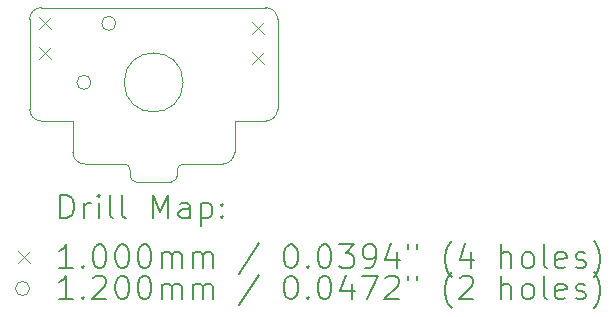
<source format=gbr>
%TF.GenerationSoftware,KiCad,Pcbnew,8.0.2*%
%TF.CreationDate,2024-10-29T11:59:38-07:00*%
%TF.ProjectId,UGC_MechTrigger,5547435f-4d65-4636-9854-726967676572,rev?*%
%TF.SameCoordinates,Original*%
%TF.FileFunction,Drillmap*%
%TF.FilePolarity,Positive*%
%FSLAX45Y45*%
G04 Gerber Fmt 4.5, Leading zero omitted, Abs format (unit mm)*
G04 Created by KiCad (PCBNEW 8.0.2) date 2024-10-29 11:59:38*
%MOMM*%
%LPD*%
G01*
G04 APERTURE LIST*
%ADD10C,0.010000*%
%ADD11C,0.001000*%
%ADD12C,0.200000*%
%ADD13C,0.100000*%
%ADD14C,0.120000*%
G04 APERTURE END LIST*
D10*
X21761820Y-15886420D02*
X21761820Y-15886420D01*
X21761820Y-15936420D02*
X21761820Y-15936420D01*
X21276820Y-15472620D02*
X21276820Y-15736420D01*
X21376820Y-15836420D02*
G75*
G02*
X21276820Y-15736420I0J100000D01*
G01*
X21276820Y-15736420D02*
X21276820Y-15736420D01*
X23011820Y-15372620D02*
G75*
G02*
X22911820Y-15472620I-100000J0D01*
G01*
X22911820Y-14512620D02*
X21011820Y-14512620D01*
X21011820Y-15472620D02*
G75*
G02*
X20911820Y-15372620I0J100000D01*
G01*
X21376820Y-15836420D02*
X21711820Y-15836420D01*
X20911820Y-14612620D02*
X20911820Y-15372620D01*
X22211820Y-15836420D02*
X22546820Y-15836420D01*
X21711820Y-15836420D02*
G75*
G02*
X21761820Y-15886420I0J-50000D01*
G01*
X22911820Y-14512620D02*
G75*
G02*
X23011820Y-14612620I0J-100000D01*
G01*
X20911820Y-14612620D02*
G75*
G02*
X21011820Y-14512620I100000J0D01*
G01*
X21761820Y-15886420D02*
X21761820Y-15936420D01*
X22646820Y-15472620D02*
X22911820Y-15472620D01*
X21811820Y-15986420D02*
X22111820Y-15986420D01*
X21011820Y-15472620D02*
X21276820Y-15472620D01*
X22161820Y-15936420D02*
X22161820Y-15886420D01*
X21811820Y-15986420D02*
G75*
G02*
X21761820Y-15936420I0J50000D01*
G01*
X22161820Y-15936420D02*
G75*
G02*
X22111820Y-15986420I-50000J0D01*
G01*
X22161820Y-15886420D02*
G75*
G02*
X22211820Y-15836420I50000J0D01*
G01*
X22646820Y-15736420D02*
X22646820Y-15472620D01*
X23011820Y-15372620D02*
X23011820Y-14612620D01*
X22646820Y-15736420D02*
G75*
G02*
X22546820Y-15836420I-100000J0D01*
G01*
D11*
X22211820Y-15146420D02*
G75*
G02*
X21711820Y-15146420I-250000J0D01*
G01*
X21711820Y-15146420D02*
G75*
G02*
X22211820Y-15146420I250000J0D01*
G01*
D12*
D13*
X20988820Y-14595640D02*
X21088820Y-14695640D01*
X21088820Y-14595640D02*
X20988820Y-14695640D01*
X20988820Y-14849640D02*
X21088820Y-14949640D01*
X21088820Y-14849640D02*
X20988820Y-14949640D01*
X22792220Y-14636280D02*
X22892220Y-14736280D01*
X22892220Y-14636280D02*
X22792220Y-14736280D01*
X22792220Y-14890280D02*
X22892220Y-14990280D01*
X22892220Y-14890280D02*
X22792220Y-14990280D01*
D14*
X21431820Y-15146420D02*
G75*
G02*
X21311820Y-15146420I-60000J0D01*
G01*
X21311820Y-15146420D02*
G75*
G02*
X21431820Y-15146420I60000J0D01*
G01*
X21641820Y-14646420D02*
G75*
G02*
X21521820Y-14646420I-60000J0D01*
G01*
X21521820Y-14646420D02*
G75*
G02*
X21641820Y-14646420I60000J0D01*
G01*
D12*
X21172097Y-16298404D02*
X21172097Y-16098404D01*
X21172097Y-16098404D02*
X21219716Y-16098404D01*
X21219716Y-16098404D02*
X21248287Y-16107928D01*
X21248287Y-16107928D02*
X21267335Y-16126975D01*
X21267335Y-16126975D02*
X21276859Y-16146023D01*
X21276859Y-16146023D02*
X21286383Y-16184118D01*
X21286383Y-16184118D02*
X21286383Y-16212690D01*
X21286383Y-16212690D02*
X21276859Y-16250785D01*
X21276859Y-16250785D02*
X21267335Y-16269832D01*
X21267335Y-16269832D02*
X21248287Y-16288880D01*
X21248287Y-16288880D02*
X21219716Y-16298404D01*
X21219716Y-16298404D02*
X21172097Y-16298404D01*
X21372097Y-16298404D02*
X21372097Y-16165070D01*
X21372097Y-16203166D02*
X21381621Y-16184118D01*
X21381621Y-16184118D02*
X21391144Y-16174594D01*
X21391144Y-16174594D02*
X21410192Y-16165070D01*
X21410192Y-16165070D02*
X21429240Y-16165070D01*
X21495906Y-16298404D02*
X21495906Y-16165070D01*
X21495906Y-16098404D02*
X21486383Y-16107928D01*
X21486383Y-16107928D02*
X21495906Y-16117451D01*
X21495906Y-16117451D02*
X21505430Y-16107928D01*
X21505430Y-16107928D02*
X21495906Y-16098404D01*
X21495906Y-16098404D02*
X21495906Y-16117451D01*
X21619716Y-16298404D02*
X21600668Y-16288880D01*
X21600668Y-16288880D02*
X21591144Y-16269832D01*
X21591144Y-16269832D02*
X21591144Y-16098404D01*
X21724478Y-16298404D02*
X21705430Y-16288880D01*
X21705430Y-16288880D02*
X21695906Y-16269832D01*
X21695906Y-16269832D02*
X21695906Y-16098404D01*
X21953049Y-16298404D02*
X21953049Y-16098404D01*
X21953049Y-16098404D02*
X22019716Y-16241261D01*
X22019716Y-16241261D02*
X22086383Y-16098404D01*
X22086383Y-16098404D02*
X22086383Y-16298404D01*
X22267335Y-16298404D02*
X22267335Y-16193642D01*
X22267335Y-16193642D02*
X22257811Y-16174594D01*
X22257811Y-16174594D02*
X22238764Y-16165070D01*
X22238764Y-16165070D02*
X22200668Y-16165070D01*
X22200668Y-16165070D02*
X22181621Y-16174594D01*
X22267335Y-16288880D02*
X22248287Y-16298404D01*
X22248287Y-16298404D02*
X22200668Y-16298404D01*
X22200668Y-16298404D02*
X22181621Y-16288880D01*
X22181621Y-16288880D02*
X22172097Y-16269832D01*
X22172097Y-16269832D02*
X22172097Y-16250785D01*
X22172097Y-16250785D02*
X22181621Y-16231737D01*
X22181621Y-16231737D02*
X22200668Y-16222213D01*
X22200668Y-16222213D02*
X22248287Y-16222213D01*
X22248287Y-16222213D02*
X22267335Y-16212690D01*
X22362573Y-16165070D02*
X22362573Y-16365070D01*
X22362573Y-16174594D02*
X22381621Y-16165070D01*
X22381621Y-16165070D02*
X22419716Y-16165070D01*
X22419716Y-16165070D02*
X22438763Y-16174594D01*
X22438763Y-16174594D02*
X22448287Y-16184118D01*
X22448287Y-16184118D02*
X22457811Y-16203166D01*
X22457811Y-16203166D02*
X22457811Y-16260309D01*
X22457811Y-16260309D02*
X22448287Y-16279356D01*
X22448287Y-16279356D02*
X22438763Y-16288880D01*
X22438763Y-16288880D02*
X22419716Y-16298404D01*
X22419716Y-16298404D02*
X22381621Y-16298404D01*
X22381621Y-16298404D02*
X22362573Y-16288880D01*
X22543525Y-16279356D02*
X22553049Y-16288880D01*
X22553049Y-16288880D02*
X22543525Y-16298404D01*
X22543525Y-16298404D02*
X22534002Y-16288880D01*
X22534002Y-16288880D02*
X22543525Y-16279356D01*
X22543525Y-16279356D02*
X22543525Y-16298404D01*
X22543525Y-16174594D02*
X22553049Y-16184118D01*
X22553049Y-16184118D02*
X22543525Y-16193642D01*
X22543525Y-16193642D02*
X22534002Y-16184118D01*
X22534002Y-16184118D02*
X22543525Y-16174594D01*
X22543525Y-16174594D02*
X22543525Y-16193642D01*
D13*
X20811320Y-16576920D02*
X20911320Y-16676920D01*
X20911320Y-16576920D02*
X20811320Y-16676920D01*
D12*
X21276859Y-16718404D02*
X21162573Y-16718404D01*
X21219716Y-16718404D02*
X21219716Y-16518404D01*
X21219716Y-16518404D02*
X21200668Y-16546975D01*
X21200668Y-16546975D02*
X21181621Y-16566023D01*
X21181621Y-16566023D02*
X21162573Y-16575547D01*
X21362573Y-16699356D02*
X21372097Y-16708880D01*
X21372097Y-16708880D02*
X21362573Y-16718404D01*
X21362573Y-16718404D02*
X21353049Y-16708880D01*
X21353049Y-16708880D02*
X21362573Y-16699356D01*
X21362573Y-16699356D02*
X21362573Y-16718404D01*
X21495906Y-16518404D02*
X21514954Y-16518404D01*
X21514954Y-16518404D02*
X21534002Y-16527928D01*
X21534002Y-16527928D02*
X21543525Y-16537451D01*
X21543525Y-16537451D02*
X21553049Y-16556499D01*
X21553049Y-16556499D02*
X21562573Y-16594594D01*
X21562573Y-16594594D02*
X21562573Y-16642213D01*
X21562573Y-16642213D02*
X21553049Y-16680309D01*
X21553049Y-16680309D02*
X21543525Y-16699356D01*
X21543525Y-16699356D02*
X21534002Y-16708880D01*
X21534002Y-16708880D02*
X21514954Y-16718404D01*
X21514954Y-16718404D02*
X21495906Y-16718404D01*
X21495906Y-16718404D02*
X21476859Y-16708880D01*
X21476859Y-16708880D02*
X21467335Y-16699356D01*
X21467335Y-16699356D02*
X21457811Y-16680309D01*
X21457811Y-16680309D02*
X21448287Y-16642213D01*
X21448287Y-16642213D02*
X21448287Y-16594594D01*
X21448287Y-16594594D02*
X21457811Y-16556499D01*
X21457811Y-16556499D02*
X21467335Y-16537451D01*
X21467335Y-16537451D02*
X21476859Y-16527928D01*
X21476859Y-16527928D02*
X21495906Y-16518404D01*
X21686383Y-16518404D02*
X21705430Y-16518404D01*
X21705430Y-16518404D02*
X21724478Y-16527928D01*
X21724478Y-16527928D02*
X21734002Y-16537451D01*
X21734002Y-16537451D02*
X21743525Y-16556499D01*
X21743525Y-16556499D02*
X21753049Y-16594594D01*
X21753049Y-16594594D02*
X21753049Y-16642213D01*
X21753049Y-16642213D02*
X21743525Y-16680309D01*
X21743525Y-16680309D02*
X21734002Y-16699356D01*
X21734002Y-16699356D02*
X21724478Y-16708880D01*
X21724478Y-16708880D02*
X21705430Y-16718404D01*
X21705430Y-16718404D02*
X21686383Y-16718404D01*
X21686383Y-16718404D02*
X21667335Y-16708880D01*
X21667335Y-16708880D02*
X21657811Y-16699356D01*
X21657811Y-16699356D02*
X21648287Y-16680309D01*
X21648287Y-16680309D02*
X21638764Y-16642213D01*
X21638764Y-16642213D02*
X21638764Y-16594594D01*
X21638764Y-16594594D02*
X21648287Y-16556499D01*
X21648287Y-16556499D02*
X21657811Y-16537451D01*
X21657811Y-16537451D02*
X21667335Y-16527928D01*
X21667335Y-16527928D02*
X21686383Y-16518404D01*
X21876859Y-16518404D02*
X21895906Y-16518404D01*
X21895906Y-16518404D02*
X21914954Y-16527928D01*
X21914954Y-16527928D02*
X21924478Y-16537451D01*
X21924478Y-16537451D02*
X21934002Y-16556499D01*
X21934002Y-16556499D02*
X21943525Y-16594594D01*
X21943525Y-16594594D02*
X21943525Y-16642213D01*
X21943525Y-16642213D02*
X21934002Y-16680309D01*
X21934002Y-16680309D02*
X21924478Y-16699356D01*
X21924478Y-16699356D02*
X21914954Y-16708880D01*
X21914954Y-16708880D02*
X21895906Y-16718404D01*
X21895906Y-16718404D02*
X21876859Y-16718404D01*
X21876859Y-16718404D02*
X21857811Y-16708880D01*
X21857811Y-16708880D02*
X21848287Y-16699356D01*
X21848287Y-16699356D02*
X21838764Y-16680309D01*
X21838764Y-16680309D02*
X21829240Y-16642213D01*
X21829240Y-16642213D02*
X21829240Y-16594594D01*
X21829240Y-16594594D02*
X21838764Y-16556499D01*
X21838764Y-16556499D02*
X21848287Y-16537451D01*
X21848287Y-16537451D02*
X21857811Y-16527928D01*
X21857811Y-16527928D02*
X21876859Y-16518404D01*
X22029240Y-16718404D02*
X22029240Y-16585070D01*
X22029240Y-16604118D02*
X22038764Y-16594594D01*
X22038764Y-16594594D02*
X22057811Y-16585070D01*
X22057811Y-16585070D02*
X22086383Y-16585070D01*
X22086383Y-16585070D02*
X22105430Y-16594594D01*
X22105430Y-16594594D02*
X22114954Y-16613642D01*
X22114954Y-16613642D02*
X22114954Y-16718404D01*
X22114954Y-16613642D02*
X22124478Y-16594594D01*
X22124478Y-16594594D02*
X22143525Y-16585070D01*
X22143525Y-16585070D02*
X22172097Y-16585070D01*
X22172097Y-16585070D02*
X22191145Y-16594594D01*
X22191145Y-16594594D02*
X22200668Y-16613642D01*
X22200668Y-16613642D02*
X22200668Y-16718404D01*
X22295906Y-16718404D02*
X22295906Y-16585070D01*
X22295906Y-16604118D02*
X22305430Y-16594594D01*
X22305430Y-16594594D02*
X22324478Y-16585070D01*
X22324478Y-16585070D02*
X22353049Y-16585070D01*
X22353049Y-16585070D02*
X22372097Y-16594594D01*
X22372097Y-16594594D02*
X22381621Y-16613642D01*
X22381621Y-16613642D02*
X22381621Y-16718404D01*
X22381621Y-16613642D02*
X22391144Y-16594594D01*
X22391144Y-16594594D02*
X22410192Y-16585070D01*
X22410192Y-16585070D02*
X22438763Y-16585070D01*
X22438763Y-16585070D02*
X22457811Y-16594594D01*
X22457811Y-16594594D02*
X22467335Y-16613642D01*
X22467335Y-16613642D02*
X22467335Y-16718404D01*
X22857811Y-16508880D02*
X22686383Y-16766023D01*
X23114954Y-16518404D02*
X23134002Y-16518404D01*
X23134002Y-16518404D02*
X23153049Y-16527928D01*
X23153049Y-16527928D02*
X23162573Y-16537451D01*
X23162573Y-16537451D02*
X23172097Y-16556499D01*
X23172097Y-16556499D02*
X23181621Y-16594594D01*
X23181621Y-16594594D02*
X23181621Y-16642213D01*
X23181621Y-16642213D02*
X23172097Y-16680309D01*
X23172097Y-16680309D02*
X23162573Y-16699356D01*
X23162573Y-16699356D02*
X23153049Y-16708880D01*
X23153049Y-16708880D02*
X23134002Y-16718404D01*
X23134002Y-16718404D02*
X23114954Y-16718404D01*
X23114954Y-16718404D02*
X23095906Y-16708880D01*
X23095906Y-16708880D02*
X23086383Y-16699356D01*
X23086383Y-16699356D02*
X23076859Y-16680309D01*
X23076859Y-16680309D02*
X23067335Y-16642213D01*
X23067335Y-16642213D02*
X23067335Y-16594594D01*
X23067335Y-16594594D02*
X23076859Y-16556499D01*
X23076859Y-16556499D02*
X23086383Y-16537451D01*
X23086383Y-16537451D02*
X23095906Y-16527928D01*
X23095906Y-16527928D02*
X23114954Y-16518404D01*
X23267335Y-16699356D02*
X23276859Y-16708880D01*
X23276859Y-16708880D02*
X23267335Y-16718404D01*
X23267335Y-16718404D02*
X23257811Y-16708880D01*
X23257811Y-16708880D02*
X23267335Y-16699356D01*
X23267335Y-16699356D02*
X23267335Y-16718404D01*
X23400668Y-16518404D02*
X23419716Y-16518404D01*
X23419716Y-16518404D02*
X23438764Y-16527928D01*
X23438764Y-16527928D02*
X23448287Y-16537451D01*
X23448287Y-16537451D02*
X23457811Y-16556499D01*
X23457811Y-16556499D02*
X23467335Y-16594594D01*
X23467335Y-16594594D02*
X23467335Y-16642213D01*
X23467335Y-16642213D02*
X23457811Y-16680309D01*
X23457811Y-16680309D02*
X23448287Y-16699356D01*
X23448287Y-16699356D02*
X23438764Y-16708880D01*
X23438764Y-16708880D02*
X23419716Y-16718404D01*
X23419716Y-16718404D02*
X23400668Y-16718404D01*
X23400668Y-16718404D02*
X23381621Y-16708880D01*
X23381621Y-16708880D02*
X23372097Y-16699356D01*
X23372097Y-16699356D02*
X23362573Y-16680309D01*
X23362573Y-16680309D02*
X23353049Y-16642213D01*
X23353049Y-16642213D02*
X23353049Y-16594594D01*
X23353049Y-16594594D02*
X23362573Y-16556499D01*
X23362573Y-16556499D02*
X23372097Y-16537451D01*
X23372097Y-16537451D02*
X23381621Y-16527928D01*
X23381621Y-16527928D02*
X23400668Y-16518404D01*
X23534002Y-16518404D02*
X23657811Y-16518404D01*
X23657811Y-16518404D02*
X23591145Y-16594594D01*
X23591145Y-16594594D02*
X23619716Y-16594594D01*
X23619716Y-16594594D02*
X23638764Y-16604118D01*
X23638764Y-16604118D02*
X23648287Y-16613642D01*
X23648287Y-16613642D02*
X23657811Y-16632690D01*
X23657811Y-16632690D02*
X23657811Y-16680309D01*
X23657811Y-16680309D02*
X23648287Y-16699356D01*
X23648287Y-16699356D02*
X23638764Y-16708880D01*
X23638764Y-16708880D02*
X23619716Y-16718404D01*
X23619716Y-16718404D02*
X23562573Y-16718404D01*
X23562573Y-16718404D02*
X23543526Y-16708880D01*
X23543526Y-16708880D02*
X23534002Y-16699356D01*
X23753049Y-16718404D02*
X23791145Y-16718404D01*
X23791145Y-16718404D02*
X23810192Y-16708880D01*
X23810192Y-16708880D02*
X23819716Y-16699356D01*
X23819716Y-16699356D02*
X23838764Y-16670785D01*
X23838764Y-16670785D02*
X23848287Y-16632690D01*
X23848287Y-16632690D02*
X23848287Y-16556499D01*
X23848287Y-16556499D02*
X23838764Y-16537451D01*
X23838764Y-16537451D02*
X23829240Y-16527928D01*
X23829240Y-16527928D02*
X23810192Y-16518404D01*
X23810192Y-16518404D02*
X23772097Y-16518404D01*
X23772097Y-16518404D02*
X23753049Y-16527928D01*
X23753049Y-16527928D02*
X23743526Y-16537451D01*
X23743526Y-16537451D02*
X23734002Y-16556499D01*
X23734002Y-16556499D02*
X23734002Y-16604118D01*
X23734002Y-16604118D02*
X23743526Y-16623166D01*
X23743526Y-16623166D02*
X23753049Y-16632690D01*
X23753049Y-16632690D02*
X23772097Y-16642213D01*
X23772097Y-16642213D02*
X23810192Y-16642213D01*
X23810192Y-16642213D02*
X23829240Y-16632690D01*
X23829240Y-16632690D02*
X23838764Y-16623166D01*
X23838764Y-16623166D02*
X23848287Y-16604118D01*
X24019716Y-16585070D02*
X24019716Y-16718404D01*
X23972097Y-16508880D02*
X23924478Y-16651737D01*
X23924478Y-16651737D02*
X24048287Y-16651737D01*
X24114954Y-16518404D02*
X24114954Y-16556499D01*
X24191145Y-16518404D02*
X24191145Y-16556499D01*
X24486383Y-16794594D02*
X24476859Y-16785071D01*
X24476859Y-16785071D02*
X24457811Y-16756499D01*
X24457811Y-16756499D02*
X24448288Y-16737451D01*
X24448288Y-16737451D02*
X24438764Y-16708880D01*
X24438764Y-16708880D02*
X24429240Y-16661261D01*
X24429240Y-16661261D02*
X24429240Y-16623166D01*
X24429240Y-16623166D02*
X24438764Y-16575547D01*
X24438764Y-16575547D02*
X24448288Y-16546975D01*
X24448288Y-16546975D02*
X24457811Y-16527928D01*
X24457811Y-16527928D02*
X24476859Y-16499356D01*
X24476859Y-16499356D02*
X24486383Y-16489832D01*
X24648288Y-16585070D02*
X24648288Y-16718404D01*
X24600668Y-16508880D02*
X24553049Y-16651737D01*
X24553049Y-16651737D02*
X24676859Y-16651737D01*
X24905430Y-16718404D02*
X24905430Y-16518404D01*
X24991145Y-16718404D02*
X24991145Y-16613642D01*
X24991145Y-16613642D02*
X24981621Y-16594594D01*
X24981621Y-16594594D02*
X24962573Y-16585070D01*
X24962573Y-16585070D02*
X24934002Y-16585070D01*
X24934002Y-16585070D02*
X24914954Y-16594594D01*
X24914954Y-16594594D02*
X24905430Y-16604118D01*
X25114954Y-16718404D02*
X25095907Y-16708880D01*
X25095907Y-16708880D02*
X25086383Y-16699356D01*
X25086383Y-16699356D02*
X25076859Y-16680309D01*
X25076859Y-16680309D02*
X25076859Y-16623166D01*
X25076859Y-16623166D02*
X25086383Y-16604118D01*
X25086383Y-16604118D02*
X25095907Y-16594594D01*
X25095907Y-16594594D02*
X25114954Y-16585070D01*
X25114954Y-16585070D02*
X25143526Y-16585070D01*
X25143526Y-16585070D02*
X25162573Y-16594594D01*
X25162573Y-16594594D02*
X25172097Y-16604118D01*
X25172097Y-16604118D02*
X25181621Y-16623166D01*
X25181621Y-16623166D02*
X25181621Y-16680309D01*
X25181621Y-16680309D02*
X25172097Y-16699356D01*
X25172097Y-16699356D02*
X25162573Y-16708880D01*
X25162573Y-16708880D02*
X25143526Y-16718404D01*
X25143526Y-16718404D02*
X25114954Y-16718404D01*
X25295907Y-16718404D02*
X25276859Y-16708880D01*
X25276859Y-16708880D02*
X25267335Y-16689832D01*
X25267335Y-16689832D02*
X25267335Y-16518404D01*
X25448288Y-16708880D02*
X25429240Y-16718404D01*
X25429240Y-16718404D02*
X25391145Y-16718404D01*
X25391145Y-16718404D02*
X25372097Y-16708880D01*
X25372097Y-16708880D02*
X25362573Y-16689832D01*
X25362573Y-16689832D02*
X25362573Y-16613642D01*
X25362573Y-16613642D02*
X25372097Y-16594594D01*
X25372097Y-16594594D02*
X25391145Y-16585070D01*
X25391145Y-16585070D02*
X25429240Y-16585070D01*
X25429240Y-16585070D02*
X25448288Y-16594594D01*
X25448288Y-16594594D02*
X25457811Y-16613642D01*
X25457811Y-16613642D02*
X25457811Y-16632690D01*
X25457811Y-16632690D02*
X25362573Y-16651737D01*
X25534002Y-16708880D02*
X25553050Y-16718404D01*
X25553050Y-16718404D02*
X25591145Y-16718404D01*
X25591145Y-16718404D02*
X25610192Y-16708880D01*
X25610192Y-16708880D02*
X25619716Y-16689832D01*
X25619716Y-16689832D02*
X25619716Y-16680309D01*
X25619716Y-16680309D02*
X25610192Y-16661261D01*
X25610192Y-16661261D02*
X25591145Y-16651737D01*
X25591145Y-16651737D02*
X25562573Y-16651737D01*
X25562573Y-16651737D02*
X25543526Y-16642213D01*
X25543526Y-16642213D02*
X25534002Y-16623166D01*
X25534002Y-16623166D02*
X25534002Y-16613642D01*
X25534002Y-16613642D02*
X25543526Y-16594594D01*
X25543526Y-16594594D02*
X25562573Y-16585070D01*
X25562573Y-16585070D02*
X25591145Y-16585070D01*
X25591145Y-16585070D02*
X25610192Y-16594594D01*
X25686383Y-16794594D02*
X25695907Y-16785071D01*
X25695907Y-16785071D02*
X25714954Y-16756499D01*
X25714954Y-16756499D02*
X25724478Y-16737451D01*
X25724478Y-16737451D02*
X25734002Y-16708880D01*
X25734002Y-16708880D02*
X25743526Y-16661261D01*
X25743526Y-16661261D02*
X25743526Y-16623166D01*
X25743526Y-16623166D02*
X25734002Y-16575547D01*
X25734002Y-16575547D02*
X25724478Y-16546975D01*
X25724478Y-16546975D02*
X25714954Y-16527928D01*
X25714954Y-16527928D02*
X25695907Y-16499356D01*
X25695907Y-16499356D02*
X25686383Y-16489832D01*
D14*
X20911320Y-16890920D02*
G75*
G02*
X20791320Y-16890920I-60000J0D01*
G01*
X20791320Y-16890920D02*
G75*
G02*
X20911320Y-16890920I60000J0D01*
G01*
D12*
X21276859Y-16982404D02*
X21162573Y-16982404D01*
X21219716Y-16982404D02*
X21219716Y-16782404D01*
X21219716Y-16782404D02*
X21200668Y-16810975D01*
X21200668Y-16810975D02*
X21181621Y-16830023D01*
X21181621Y-16830023D02*
X21162573Y-16839547D01*
X21362573Y-16963356D02*
X21372097Y-16972880D01*
X21372097Y-16972880D02*
X21362573Y-16982404D01*
X21362573Y-16982404D02*
X21353049Y-16972880D01*
X21353049Y-16972880D02*
X21362573Y-16963356D01*
X21362573Y-16963356D02*
X21362573Y-16982404D01*
X21448287Y-16801452D02*
X21457811Y-16791928D01*
X21457811Y-16791928D02*
X21476859Y-16782404D01*
X21476859Y-16782404D02*
X21524478Y-16782404D01*
X21524478Y-16782404D02*
X21543525Y-16791928D01*
X21543525Y-16791928D02*
X21553049Y-16801452D01*
X21553049Y-16801452D02*
X21562573Y-16820499D01*
X21562573Y-16820499D02*
X21562573Y-16839547D01*
X21562573Y-16839547D02*
X21553049Y-16868118D01*
X21553049Y-16868118D02*
X21438764Y-16982404D01*
X21438764Y-16982404D02*
X21562573Y-16982404D01*
X21686383Y-16782404D02*
X21705430Y-16782404D01*
X21705430Y-16782404D02*
X21724478Y-16791928D01*
X21724478Y-16791928D02*
X21734002Y-16801452D01*
X21734002Y-16801452D02*
X21743525Y-16820499D01*
X21743525Y-16820499D02*
X21753049Y-16858594D01*
X21753049Y-16858594D02*
X21753049Y-16906213D01*
X21753049Y-16906213D02*
X21743525Y-16944309D01*
X21743525Y-16944309D02*
X21734002Y-16963356D01*
X21734002Y-16963356D02*
X21724478Y-16972880D01*
X21724478Y-16972880D02*
X21705430Y-16982404D01*
X21705430Y-16982404D02*
X21686383Y-16982404D01*
X21686383Y-16982404D02*
X21667335Y-16972880D01*
X21667335Y-16972880D02*
X21657811Y-16963356D01*
X21657811Y-16963356D02*
X21648287Y-16944309D01*
X21648287Y-16944309D02*
X21638764Y-16906213D01*
X21638764Y-16906213D02*
X21638764Y-16858594D01*
X21638764Y-16858594D02*
X21648287Y-16820499D01*
X21648287Y-16820499D02*
X21657811Y-16801452D01*
X21657811Y-16801452D02*
X21667335Y-16791928D01*
X21667335Y-16791928D02*
X21686383Y-16782404D01*
X21876859Y-16782404D02*
X21895906Y-16782404D01*
X21895906Y-16782404D02*
X21914954Y-16791928D01*
X21914954Y-16791928D02*
X21924478Y-16801452D01*
X21924478Y-16801452D02*
X21934002Y-16820499D01*
X21934002Y-16820499D02*
X21943525Y-16858594D01*
X21943525Y-16858594D02*
X21943525Y-16906213D01*
X21943525Y-16906213D02*
X21934002Y-16944309D01*
X21934002Y-16944309D02*
X21924478Y-16963356D01*
X21924478Y-16963356D02*
X21914954Y-16972880D01*
X21914954Y-16972880D02*
X21895906Y-16982404D01*
X21895906Y-16982404D02*
X21876859Y-16982404D01*
X21876859Y-16982404D02*
X21857811Y-16972880D01*
X21857811Y-16972880D02*
X21848287Y-16963356D01*
X21848287Y-16963356D02*
X21838764Y-16944309D01*
X21838764Y-16944309D02*
X21829240Y-16906213D01*
X21829240Y-16906213D02*
X21829240Y-16858594D01*
X21829240Y-16858594D02*
X21838764Y-16820499D01*
X21838764Y-16820499D02*
X21848287Y-16801452D01*
X21848287Y-16801452D02*
X21857811Y-16791928D01*
X21857811Y-16791928D02*
X21876859Y-16782404D01*
X22029240Y-16982404D02*
X22029240Y-16849071D01*
X22029240Y-16868118D02*
X22038764Y-16858594D01*
X22038764Y-16858594D02*
X22057811Y-16849071D01*
X22057811Y-16849071D02*
X22086383Y-16849071D01*
X22086383Y-16849071D02*
X22105430Y-16858594D01*
X22105430Y-16858594D02*
X22114954Y-16877642D01*
X22114954Y-16877642D02*
X22114954Y-16982404D01*
X22114954Y-16877642D02*
X22124478Y-16858594D01*
X22124478Y-16858594D02*
X22143525Y-16849071D01*
X22143525Y-16849071D02*
X22172097Y-16849071D01*
X22172097Y-16849071D02*
X22191145Y-16858594D01*
X22191145Y-16858594D02*
X22200668Y-16877642D01*
X22200668Y-16877642D02*
X22200668Y-16982404D01*
X22295906Y-16982404D02*
X22295906Y-16849071D01*
X22295906Y-16868118D02*
X22305430Y-16858594D01*
X22305430Y-16858594D02*
X22324478Y-16849071D01*
X22324478Y-16849071D02*
X22353049Y-16849071D01*
X22353049Y-16849071D02*
X22372097Y-16858594D01*
X22372097Y-16858594D02*
X22381621Y-16877642D01*
X22381621Y-16877642D02*
X22381621Y-16982404D01*
X22381621Y-16877642D02*
X22391144Y-16858594D01*
X22391144Y-16858594D02*
X22410192Y-16849071D01*
X22410192Y-16849071D02*
X22438763Y-16849071D01*
X22438763Y-16849071D02*
X22457811Y-16858594D01*
X22457811Y-16858594D02*
X22467335Y-16877642D01*
X22467335Y-16877642D02*
X22467335Y-16982404D01*
X22857811Y-16772880D02*
X22686383Y-17030023D01*
X23114954Y-16782404D02*
X23134002Y-16782404D01*
X23134002Y-16782404D02*
X23153049Y-16791928D01*
X23153049Y-16791928D02*
X23162573Y-16801452D01*
X23162573Y-16801452D02*
X23172097Y-16820499D01*
X23172097Y-16820499D02*
X23181621Y-16858594D01*
X23181621Y-16858594D02*
X23181621Y-16906213D01*
X23181621Y-16906213D02*
X23172097Y-16944309D01*
X23172097Y-16944309D02*
X23162573Y-16963356D01*
X23162573Y-16963356D02*
X23153049Y-16972880D01*
X23153049Y-16972880D02*
X23134002Y-16982404D01*
X23134002Y-16982404D02*
X23114954Y-16982404D01*
X23114954Y-16982404D02*
X23095906Y-16972880D01*
X23095906Y-16972880D02*
X23086383Y-16963356D01*
X23086383Y-16963356D02*
X23076859Y-16944309D01*
X23076859Y-16944309D02*
X23067335Y-16906213D01*
X23067335Y-16906213D02*
X23067335Y-16858594D01*
X23067335Y-16858594D02*
X23076859Y-16820499D01*
X23076859Y-16820499D02*
X23086383Y-16801452D01*
X23086383Y-16801452D02*
X23095906Y-16791928D01*
X23095906Y-16791928D02*
X23114954Y-16782404D01*
X23267335Y-16963356D02*
X23276859Y-16972880D01*
X23276859Y-16972880D02*
X23267335Y-16982404D01*
X23267335Y-16982404D02*
X23257811Y-16972880D01*
X23257811Y-16972880D02*
X23267335Y-16963356D01*
X23267335Y-16963356D02*
X23267335Y-16982404D01*
X23400668Y-16782404D02*
X23419716Y-16782404D01*
X23419716Y-16782404D02*
X23438764Y-16791928D01*
X23438764Y-16791928D02*
X23448287Y-16801452D01*
X23448287Y-16801452D02*
X23457811Y-16820499D01*
X23457811Y-16820499D02*
X23467335Y-16858594D01*
X23467335Y-16858594D02*
X23467335Y-16906213D01*
X23467335Y-16906213D02*
X23457811Y-16944309D01*
X23457811Y-16944309D02*
X23448287Y-16963356D01*
X23448287Y-16963356D02*
X23438764Y-16972880D01*
X23438764Y-16972880D02*
X23419716Y-16982404D01*
X23419716Y-16982404D02*
X23400668Y-16982404D01*
X23400668Y-16982404D02*
X23381621Y-16972880D01*
X23381621Y-16972880D02*
X23372097Y-16963356D01*
X23372097Y-16963356D02*
X23362573Y-16944309D01*
X23362573Y-16944309D02*
X23353049Y-16906213D01*
X23353049Y-16906213D02*
X23353049Y-16858594D01*
X23353049Y-16858594D02*
X23362573Y-16820499D01*
X23362573Y-16820499D02*
X23372097Y-16801452D01*
X23372097Y-16801452D02*
X23381621Y-16791928D01*
X23381621Y-16791928D02*
X23400668Y-16782404D01*
X23638764Y-16849071D02*
X23638764Y-16982404D01*
X23591145Y-16772880D02*
X23543526Y-16915737D01*
X23543526Y-16915737D02*
X23667335Y-16915737D01*
X23724478Y-16782404D02*
X23857811Y-16782404D01*
X23857811Y-16782404D02*
X23772097Y-16982404D01*
X23924478Y-16801452D02*
X23934002Y-16791928D01*
X23934002Y-16791928D02*
X23953049Y-16782404D01*
X23953049Y-16782404D02*
X24000668Y-16782404D01*
X24000668Y-16782404D02*
X24019716Y-16791928D01*
X24019716Y-16791928D02*
X24029240Y-16801452D01*
X24029240Y-16801452D02*
X24038764Y-16820499D01*
X24038764Y-16820499D02*
X24038764Y-16839547D01*
X24038764Y-16839547D02*
X24029240Y-16868118D01*
X24029240Y-16868118D02*
X23914954Y-16982404D01*
X23914954Y-16982404D02*
X24038764Y-16982404D01*
X24114954Y-16782404D02*
X24114954Y-16820499D01*
X24191145Y-16782404D02*
X24191145Y-16820499D01*
X24486383Y-17058594D02*
X24476859Y-17049071D01*
X24476859Y-17049071D02*
X24457811Y-17020499D01*
X24457811Y-17020499D02*
X24448288Y-17001452D01*
X24448288Y-17001452D02*
X24438764Y-16972880D01*
X24438764Y-16972880D02*
X24429240Y-16925261D01*
X24429240Y-16925261D02*
X24429240Y-16887166D01*
X24429240Y-16887166D02*
X24438764Y-16839547D01*
X24438764Y-16839547D02*
X24448288Y-16810975D01*
X24448288Y-16810975D02*
X24457811Y-16791928D01*
X24457811Y-16791928D02*
X24476859Y-16763356D01*
X24476859Y-16763356D02*
X24486383Y-16753832D01*
X24553049Y-16801452D02*
X24562573Y-16791928D01*
X24562573Y-16791928D02*
X24581621Y-16782404D01*
X24581621Y-16782404D02*
X24629240Y-16782404D01*
X24629240Y-16782404D02*
X24648288Y-16791928D01*
X24648288Y-16791928D02*
X24657811Y-16801452D01*
X24657811Y-16801452D02*
X24667335Y-16820499D01*
X24667335Y-16820499D02*
X24667335Y-16839547D01*
X24667335Y-16839547D02*
X24657811Y-16868118D01*
X24657811Y-16868118D02*
X24543526Y-16982404D01*
X24543526Y-16982404D02*
X24667335Y-16982404D01*
X24905430Y-16982404D02*
X24905430Y-16782404D01*
X24991145Y-16982404D02*
X24991145Y-16877642D01*
X24991145Y-16877642D02*
X24981621Y-16858594D01*
X24981621Y-16858594D02*
X24962573Y-16849071D01*
X24962573Y-16849071D02*
X24934002Y-16849071D01*
X24934002Y-16849071D02*
X24914954Y-16858594D01*
X24914954Y-16858594D02*
X24905430Y-16868118D01*
X25114954Y-16982404D02*
X25095907Y-16972880D01*
X25095907Y-16972880D02*
X25086383Y-16963356D01*
X25086383Y-16963356D02*
X25076859Y-16944309D01*
X25076859Y-16944309D02*
X25076859Y-16887166D01*
X25076859Y-16887166D02*
X25086383Y-16868118D01*
X25086383Y-16868118D02*
X25095907Y-16858594D01*
X25095907Y-16858594D02*
X25114954Y-16849071D01*
X25114954Y-16849071D02*
X25143526Y-16849071D01*
X25143526Y-16849071D02*
X25162573Y-16858594D01*
X25162573Y-16858594D02*
X25172097Y-16868118D01*
X25172097Y-16868118D02*
X25181621Y-16887166D01*
X25181621Y-16887166D02*
X25181621Y-16944309D01*
X25181621Y-16944309D02*
X25172097Y-16963356D01*
X25172097Y-16963356D02*
X25162573Y-16972880D01*
X25162573Y-16972880D02*
X25143526Y-16982404D01*
X25143526Y-16982404D02*
X25114954Y-16982404D01*
X25295907Y-16982404D02*
X25276859Y-16972880D01*
X25276859Y-16972880D02*
X25267335Y-16953832D01*
X25267335Y-16953832D02*
X25267335Y-16782404D01*
X25448288Y-16972880D02*
X25429240Y-16982404D01*
X25429240Y-16982404D02*
X25391145Y-16982404D01*
X25391145Y-16982404D02*
X25372097Y-16972880D01*
X25372097Y-16972880D02*
X25362573Y-16953832D01*
X25362573Y-16953832D02*
X25362573Y-16877642D01*
X25362573Y-16877642D02*
X25372097Y-16858594D01*
X25372097Y-16858594D02*
X25391145Y-16849071D01*
X25391145Y-16849071D02*
X25429240Y-16849071D01*
X25429240Y-16849071D02*
X25448288Y-16858594D01*
X25448288Y-16858594D02*
X25457811Y-16877642D01*
X25457811Y-16877642D02*
X25457811Y-16896690D01*
X25457811Y-16896690D02*
X25362573Y-16915737D01*
X25534002Y-16972880D02*
X25553050Y-16982404D01*
X25553050Y-16982404D02*
X25591145Y-16982404D01*
X25591145Y-16982404D02*
X25610192Y-16972880D01*
X25610192Y-16972880D02*
X25619716Y-16953832D01*
X25619716Y-16953832D02*
X25619716Y-16944309D01*
X25619716Y-16944309D02*
X25610192Y-16925261D01*
X25610192Y-16925261D02*
X25591145Y-16915737D01*
X25591145Y-16915737D02*
X25562573Y-16915737D01*
X25562573Y-16915737D02*
X25543526Y-16906213D01*
X25543526Y-16906213D02*
X25534002Y-16887166D01*
X25534002Y-16887166D02*
X25534002Y-16877642D01*
X25534002Y-16877642D02*
X25543526Y-16858594D01*
X25543526Y-16858594D02*
X25562573Y-16849071D01*
X25562573Y-16849071D02*
X25591145Y-16849071D01*
X25591145Y-16849071D02*
X25610192Y-16858594D01*
X25686383Y-17058594D02*
X25695907Y-17049071D01*
X25695907Y-17049071D02*
X25714954Y-17020499D01*
X25714954Y-17020499D02*
X25724478Y-17001452D01*
X25724478Y-17001452D02*
X25734002Y-16972880D01*
X25734002Y-16972880D02*
X25743526Y-16925261D01*
X25743526Y-16925261D02*
X25743526Y-16887166D01*
X25743526Y-16887166D02*
X25734002Y-16839547D01*
X25734002Y-16839547D02*
X25724478Y-16810975D01*
X25724478Y-16810975D02*
X25714954Y-16791928D01*
X25714954Y-16791928D02*
X25695907Y-16763356D01*
X25695907Y-16763356D02*
X25686383Y-16753832D01*
M02*

</source>
